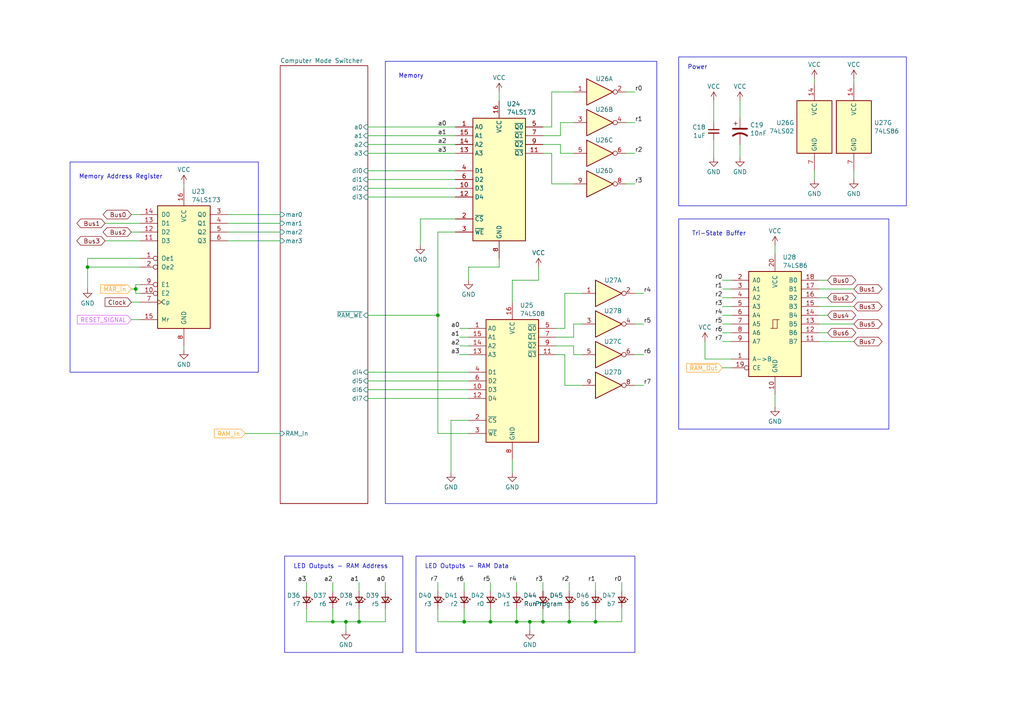
<source format=kicad_sch>
(kicad_sch (version 20230121) (generator eeschema)
  (paper "A4")
  (title_block (title "RAM") (date "2024-01-18") (rev "1.0"))
  (lib_symbols
    (symbol "74xx:74LS04"
      (property "Reference" "U" (at 0 1.27 0))
      (property "Value" "74LS04" (at 0 -1.27 0))
      (symbol "74LS04_1_0"
        (polyline (pts (xy -3.81 3.81) (xy -3.81 -3.81) (xy 3.81 0) (xy -3.81 3.81)) (stroke (width 0.254)) (fill (type background)))
        (pin input line (at -7.62 0 0) (length 3.81) (name "~") (number "1"))
        (pin output inverted (at 7.62 0 180) (length 3.81) (name "~") (number "2"))
      )
      (symbol "74LS04_2_0"
        (polyline (pts (xy -3.81 3.81) (xy -3.81 -3.81) (xy 3.81 0) (xy -3.81 3.81)) (stroke (width 0.254)) (fill (type background)))
        (pin input line (at -7.62 0 0) (length 3.81) (name "~") (number "3"))
        (pin output inverted (at 7.62 0 180) (length 3.81) (name "~") (number "4"))
      )
      (symbol "74LS04_3_0"
        (polyline (pts (xy -3.81 3.81) (xy -3.81 -3.81) (xy 3.81 0) (xy -3.81 3.81)) (stroke (width 0.254)) (fill (type background)))
        (pin input line (at -7.62 0 0) (length 3.81) (name "~") (number "5"))
        (pin output inverted (at 7.62 0 180) (length 3.81) (name "~") (number "6"))
      )
      (symbol "74LS04_4_0"
        (polyline (pts (xy -3.81 3.81) (xy -3.81 -3.81) (xy 3.81 0) (xy -3.81 3.81)) (stroke (width 0.254)) (fill (type background)))
        (pin output inverted (at 7.62 0 180) (length 3.81) (name "~") (number "8"))
        (pin input line (at -7.62 0 0) (length 3.81) (name "~") (number "9"))
      )
      (symbol "74LS04_5_0"
        (polyline (pts (xy -3.81 3.81) (xy -3.81 -3.81) (xy 3.81 0) (xy -3.81 3.81)) (stroke (width 0.254)) (fill (type background)))
        (pin output inverted (at 7.62 0 180) (length 3.81) (name "~") (number "10"))
        (pin input line (at -7.62 0 0) (length 3.81) (name "~") (number "11"))
      )
      (symbol "74LS04_6_0"
        (polyline (pts (xy -3.81 3.81) (xy -3.81 -3.81) (xy 3.81 0) (xy -3.81 3.81)) (stroke (width 0.254)) (fill (type background)))
        (pin output inverted (at 7.62 0 180) (length 3.81) (name "~") (number "12"))
        (pin input line (at -7.62 0 0) (length 3.81) (name "~") (number "13"))
      )
      (symbol "74LS04_7_0"
        (pin power_in line (at 0 12.7 270) (length 5.08) (name "VCC") (number "14"))
        (pin power_in line (at 0 -12.7 90) (length 5.08) (name "GND") (number "7"))
      )
      (symbol "74LS04_7_1"
        (rectangle (start -5.08 7.62) (end 5.08 -7.62) (stroke (width 0.254)) (fill (type background)))
      )
    )
    (symbol "74xx:74LS173" (pin_names (offset 1.016))
      (property "Reference" "U" (at -7.62 19.05 0))
      (property "Value" "74LS173" (at -7.62 -19.05 0))
      (symbol "74LS173_1_0"
        (pin input inverted (at -12.7 2.54 0) (length 5.08) (name "Oe1") (number "1"))
        (pin input inverted (at -12.7 -7.62 0) (length 5.08) (name "E2") (number "10"))
        (pin input line (at -12.7 7.62 0) (length 5.08) (name "D3") (number "11"))
        (pin input line (at -12.7 10.16 0) (length 5.08) (name "D2") (number "12"))
        (pin input line (at -12.7 12.7 0) (length 5.08) (name "D1") (number "13"))
        (pin input line (at -12.7 15.24 0) (length 5.08) (name "D0") (number "14"))
        (pin input line (at -12.7 -15.24 0) (length 5.08) (name "Mr") (number "15"))
        (pin power_in line (at 0 22.86 270) (length 5.08) (name "VCC") (number "16"))
        (pin input inverted (at -12.7 0 0) (length 5.08) (name "Oe2") (number "2"))
        (pin tri_state line (at 12.7 15.24 180) (length 5.08) (name "Q0") (number "3"))
        (pin tri_state line (at 12.7 12.7 180) (length 5.08) (name "Q1") (number "4"))
        (pin tri_state line (at 12.7 10.16 180) (length 5.08) (name "Q2") (number "5"))
        (pin tri_state line (at 12.7 7.62 180) (length 5.08) (name "Q3") (number "6"))
        (pin input clock (at -12.7 -10.16 0) (length 5.08) (name "Cp") (number "7"))
        (pin power_in line (at 0 -22.86 90) (length 5.08) (name "GND") (number "8"))
        (pin input inverted (at -12.7 -5.08 0) (length 5.08) (name "E1") (number "9"))
      )
      (symbol "74LS173_1_1"
        (rectangle (start -7.62 17.78) (end 7.62 -17.78) (stroke (width 0.254)) (fill (type background)))
      )
    )
    (symbol "74xx:74LS189"
      (property "Reference" "U" (at -6.35 17.78 0))
      (property "Value" "74LS189" (at -7.62 -20.32 0))
      (symbol "74LS189_1_0"
        (pin input line (at -12.7 13.97 0) (length 5.08) (name "A0") (number "1"))
        (pin input line (at -12.7 -3.81 0) (length 5.08) (name "D3") (number "10"))
        (pin output line (at 12.7 6.35 180) (length 5.08) (name "~{Q3}") (number "11"))
        (pin input line (at -12.7 -6.35 0) (length 5.08) (name "D4") (number "12"))
        (pin input line (at -12.7 6.35 0) (length 5.08) (name "A3") (number "13"))
        (pin input line (at -12.7 8.89 0) (length 5.08) (name "A2") (number "14"))
        (pin input line (at -12.7 11.43 0) (length 5.08) (name "A1") (number "15"))
        (pin power_in line (at 0 21.59 270) (length 5.08) (name "VCC") (number "16"))
        (pin input line (at -12.7 -12.7 0) (length 5.08) (name "~{CS}") (number "2"))
        (pin input line (at -12.7 -16.51 0) (length 5.08) (name "~{WE}") (number "3"))
        (pin input line (at -12.7 1.27 0) (length 5.08) (name "D1") (number "4"))
        (pin output line (at 12.7 13.97 180) (length 5.08) (name "~{Q0}") (number "5"))
        (pin input line (at -12.7 -1.27 0) (length 5.08) (name "D2") (number "6"))
        (pin output line (at 12.7 11.43 180) (length 5.08) (name "~{Q1}") (number "7"))
        (pin power_in line (at 0 -24.13 90) (length 5.08) (name "GND") (number "8"))
        (pin output line (at 12.7 8.89 180) (length 5.08) (name "~{Q2}") (number "9"))
      )
      (symbol "74LS189_1_1"
        (rectangle (start -7.62 16.51) (end 7.62 -19.05) (stroke (width 0.254)) (fill (type background)))
      )
    )
    (symbol "74xx:74LS245" (pin_names (offset 1.016))
      (property "Reference" "U22" (at 2.1941 19.3843 0))
      (property "Value" "74LS245" (at 2.1941 16.9601 0))
      (symbol "74LS245_1_0"
        (polyline (pts (xy -0.635 -1.27) (xy -0.635 1.27) (xy 0.635 1.27)))
        (polyline (pts (xy -1.27 -1.27) (xy 0.635 -1.27) (xy 0.635 1.27) (xy 1.27 1.27)))
        (pin input line (at -12.7 -10.16 0) (length 5.08) (name "A->B") (number "1"))
        (pin power_in line (at 0 -20.32 90) (length 5.08) (name "GND") (number "10"))
        (pin tri_state line (at 12.7 -5.08 180) (length 5.08) (name "B7") (number "11"))
        (pin tri_state line (at 12.7 -2.54 180) (length 5.08) (name "B6") (number "12"))
        (pin tri_state line (at 12.7 0 180) (length 5.08) (name "B5") (number "13"))
        (pin tri_state line (at 12.7 2.54 180) (length 5.08) (name "B4") (number "14"))
        (pin tri_state line (at 12.7 5.08 180) (length 5.08) (name "B3") (number "15"))
        (pin tri_state line (at 12.7 7.62 180) (length 5.08) (name "B2") (number "16"))
        (pin tri_state line (at 12.7 10.16 180) (length 5.08) (name "B1") (number "17"))
        (pin tri_state line (at 12.7 12.7 180) (length 5.08) (name "B0") (number "18"))
        (pin input inverted (at -12.7 -12.7 0) (length 5.08) (name "CE") (number "19"))
        (pin input line (at -12.7 12.7 0) (length 5.08) (name "A0") (number "2"))
        (pin power_in line (at 0 20.32 270) (length 5.08) (name "VCC") (number "20"))
        (pin input line (at -12.7 10.16 0) (length 5.08) (name "A1") (number "3"))
        (pin input line (at -12.7 7.62 0) (length 5.08) (name "A2") (number "4"))
        (pin input line (at -12.7 5.08 0) (length 5.08) (name "A3") (number "5"))
        (pin input line (at -12.7 2.54 0) (length 5.08) (name "A4") (number "6"))
        (pin input line (at -12.7 0 0) (length 5.08) (name "A5") (number "7"))
        (pin input line (at -12.7 -2.54 0) (length 5.08) (name "A6") (number "8"))
        (pin input line (at -12.7 -5.08 0) (length 5.08) (name "A7") (number "9"))
      )
      (symbol "74LS245_1_1"
        (rectangle (start -7.62 15.24) (end 7.62 -15.24) (stroke (width 0.254)) (fill (type background)))
      )
    )
    (symbol "Device:C_Polarized_US" (pin_numbers hide) (pin_names (offset 0.254) hide)
      (property "Reference" "C" (at 0.635 2.54 0))
      (property "Value" "C_Polarized_US" (at 0.635 -2.54 0))
      (symbol "C_Polarized_US_0_1"
        (polyline (pts (xy -2.032 0.762) (xy 2.032 0.762)) (stroke (width 0.508)))
        (polyline (pts (xy -1.778 2.286) (xy -0.762 2.286)))
        (polyline (pts (xy -1.27 1.778) (xy -1.27 2.794)))
        (arc (start 2.032 -1.27) (mid 0 -0.5572) (end -2.032 -1.27) (stroke (width 0.508)))
      )
      (symbol "C_Polarized_US_1_1"
        (pin passive line (at 0 3.81 270) (length 2.794) (name "~") (number "1"))
        (pin passive line (at 0 -3.81 90) (length 3.302) (name "~") (number "2"))
      )
    )
    (symbol "Device:C_Small" (pin_numbers hide) (pin_names (offset 0.254) hide)
      (property "Reference" "C" (at 0.254 1.778 0))
      (property "Value" "C_Small" (at 0.254 -2.032 0))
      (symbol "C_Small_0_1"
        (polyline (pts (xy -1.524 -0.508) (xy 1.524 -0.508)) (stroke (width 0.3302)))
        (polyline (pts (xy -1.524 0.508) (xy 1.524 0.508)) (stroke (width 0.3048)))
      )
      (symbol "C_Small_1_1"
        (pin passive line (at 0 2.54 270) (length 2.032) (name "~") (number "1"))
        (pin passive line (at 0 -2.54 90) (length 2.032) (name "~") (number "2"))
      )
    )
    (symbol "Device:LED_Small" (pin_numbers hide) (pin_names (offset 0.254) hide)
      (property "Reference" "D" (at -1.27 3.175 0))
      (property "Value" "LED_Small" (at -4.445 -2.54 0))
      (symbol "LED_Small_0_1"
        (polyline (pts (xy -0.762 -1.016) (xy -0.762 1.016)) (stroke (width 0.254)))
        (polyline (pts (xy 1.016 0) (xy -0.762 0)))
        (polyline (pts (xy 0.762 -1.016) (xy -0.762 0) (xy 0.762 1.016) (xy 0.762 -1.016)) (stroke (width 0.254)))
        (polyline (pts (xy 0 0.762) (xy -0.508 1.27) (xy -0.254 1.27) (xy -0.508 1.27) (xy -0.508 1.016)))
        (polyline (pts (xy 0.508 1.27) (xy 0 1.778) (xy 0.254 1.778) (xy 0 1.778) (xy 0 1.524)))
      )
      (symbol "LED_Small_1_1"
        (pin passive line (at -2.54 0 0) (length 1.778) (name "K") (number "1"))
        (pin passive line (at 2.54 0 180) (length 1.778) (name "A") (number "2"))
      )
    )
    (symbol "power:GND" (power) (pin_names (offset 0))
      (property "Value" "GND" (at 0 -3.81 0))
      (symbol "GND_0_1"
        (polyline (pts (xy 0 0) (xy 0 -1.27) (xy 1.27 -1.27) (xy 0 -2.54) (xy -1.27 -1.27) (xy 0 -1.27)))
      )
      (symbol "GND_1_1"
        (pin power_in line (at 0 0 270) (length 0) hide (name "GND") (number "1"))
      )
    )
    (symbol "power:VCC" (power) (pin_names (offset 0))
      (property "Value" "VCC" (at 0 3.81 0))
      (symbol "VCC_0_1"
        (polyline (pts (xy -0.762 1.27) (xy 0 2.54)))
        (polyline (pts (xy 0 0) (xy 0 2.54)))
        (polyline (pts (xy 0 2.54) (xy 0.762 1.27)))
      )
      (symbol "VCC_1_1"
        (pin power_in line (at 0 0 90) (length 0) hide (name "VCC") (number "1"))
      )
    )
  )
  (junction (at 104.14 180.34))
  (junction (at 142.24 180.34))
  (junction (at 134.62 180.34))
  (junction (at 25.4 77.47))
  (junction (at 127 91.44))
  (junction (at 157.48 180.34))
  (junction (at 96.52 180.34))
  (junction (at 172.72 180.34))
  (junction (at 149.86 180.34))
  (junction (at 100.33 180.34))
  (junction (at 165.1 180.34))
  (junction (at 153.67 180.34))
  (junction (at 39.37 83.82))
  (wire (pts (xy 40.64 77.47) (xy 25.4 77.47)))
  (wire (pts (xy 106.68 41.91) (xy 132.08 41.91)))
  (wire (pts (xy 184.15 102.87) (xy 186.69 102.87)))
  (wire (pts (xy 153.67 180.34) (xy 149.86 180.34)))
  (wire (pts (xy 180.34 171.45) (xy 180.34 168.91)))
  (wire (pts (xy 181.61 35.56) (xy 184.15 35.56)))
  (wire (pts (xy 127 125.73) (xy 135.89 125.73)))
  (wire (pts (xy 106.68 44.45) (xy 132.08 44.45)))
  (wire (pts (xy 100.33 180.34) (xy 96.52 180.34)))
  (wire (pts (xy 204.47 104.14) (xy 212.09 104.14)))
  (wire (pts (xy 40.64 64.77) (xy 30.48 64.77)))
  (wire (pts (xy 237.49 99.06) (xy 247.65 99.06)))
  (wire (pts (xy 25.4 74.93) (xy 40.64 74.93)))
  (wire (pts (xy 165.1 176.53) (xy 165.1 180.34)))
  (wire (pts (xy 149.86 176.53) (xy 149.86 180.34)))
  (wire (pts (xy 212.09 99.06) (xy 209.55 99.06)))
  (wire (pts (xy 130.81 121.92) (xy 130.81 137.16)))
  (wire (pts (xy 172.72 171.45) (xy 172.72 168.91)))
  (wire (pts (xy 96.52 168.91) (xy 96.52 171.45)))
  (wire (pts (xy 106.68 52.07) (xy 132.08 52.07)))
  (wire (pts (xy 166.37 93.98) (xy 166.37 97.79)))
  (wire (pts (xy 40.64 62.23) (xy 38.1 62.23)))
  (wire (pts (xy 160.02 26.67) (xy 160.02 36.83)))
  (wire (pts (xy 157.48 171.45) (xy 157.48 168.91)))
  (wire (pts (xy 142.24 171.45) (xy 142.24 168.91)))
  (wire (pts (xy 166.37 97.79) (xy 161.29 97.79)))
  (wire (pts (xy 163.83 85.09) (xy 163.83 95.25)))
  (wire (pts (xy 133.35 97.79) (xy 135.89 97.79)))
  (wire (pts (xy 207.01 40.64) (xy 207.01 45.72)))
  (wire (pts (xy 204.47 104.14) (xy 204.47 99.06)))
  (wire (pts (xy 161.29 100.33) (xy 166.37 100.33)))
  (wire (pts (xy 237.49 86.36) (xy 240.03 86.36)))
  (wire (pts (xy 162.56 44.45) (xy 166.37 44.45)))
  (wire (pts (xy 127 171.45) (xy 127 168.91)))
  (wire (pts (xy 135.89 121.92) (xy 130.81 121.92)))
  (wire (pts (xy 157.48 44.45) (xy 160.02 44.45)))
  (wire (pts (xy 168.91 93.98) (xy 166.37 93.98)))
  (wire (pts (xy 165.1 180.34) (xy 157.48 180.34)))
  (wire (pts (xy 66.04 62.23) (xy 81.28 62.23)))
  (wire (pts (xy 25.4 74.93) (xy 25.4 77.47)))
  (wire (pts (xy 100.33 180.34) (xy 100.33 182.88)))
  (wire (pts (xy 247.65 49.53) (xy 247.65 52.07)))
  (wire (pts (xy 106.68 39.37) (xy 132.08 39.37)))
  (wire (pts (xy 96.52 176.53) (xy 96.52 180.34)))
  (wire (pts (xy 134.62 176.53) (xy 134.62 180.34)))
  (wire (pts (xy 127 67.31) (xy 127 91.44)))
  (wire (pts (xy 212.09 96.52) (xy 209.55 96.52)))
  (wire (pts (xy 212.09 88.9) (xy 209.55 88.9)))
  (wire (pts (xy 66.04 64.77) (xy 81.28 64.77)))
  (wire (pts (xy 160.02 53.34) (xy 166.37 53.34)))
  (wire (pts (xy 38.1 92.71) (xy 40.64 92.71)))
  (wire (pts (xy 144.78 77.47) (xy 135.89 77.47)))
  (wire (pts (xy 184.15 93.98) (xy 186.69 93.98)))
  (wire (pts (xy 212.09 86.36) (xy 209.55 86.36)))
  (wire (pts (xy 133.35 95.25) (xy 135.89 95.25)))
  (wire (pts (xy 40.64 82.55) (xy 39.37 82.55)))
  (wire (pts (xy 214.63 29.21) (xy 214.63 34.29)))
  (wire (pts (xy 66.04 69.85) (xy 81.28 69.85)))
  (wire (pts (xy 88.9 168.91) (xy 88.9 171.45)))
  (wire (pts (xy 163.83 102.87) (xy 163.83 111.76)))
  (wire (pts (xy 133.35 100.33) (xy 135.89 100.33)))
  (wire (pts (xy 133.35 102.87) (xy 135.89 102.87)))
  (wire (pts (xy 104.14 180.34) (xy 100.33 180.34)))
  (wire (pts (xy 38.1 67.31) (xy 40.64 67.31)))
  (wire (pts (xy 106.68 57.15) (xy 132.08 57.15)))
  (wire (pts (xy 172.72 180.34) (xy 165.1 180.34)))
  (wire (pts (xy 161.29 102.87) (xy 163.83 102.87)))
  (wire (pts (xy 162.56 35.56) (xy 162.56 39.37)))
  (wire (pts (xy 132.08 67.31) (xy 127 67.31)))
  (wire (pts (xy 224.79 114.3) (xy 224.79 118.11)))
  (wire (pts (xy 149.86 180.34) (xy 142.24 180.34)))
  (wire (pts (xy 168.91 85.09) (xy 163.83 85.09)))
  (wire (pts (xy 39.37 82.55) (xy 39.37 83.82)))
  (wire (pts (xy 71.12 125.73) (xy 81.28 125.73)))
  (wire (pts (xy 162.56 39.37) (xy 157.48 39.37)))
  (wire (pts (xy 184.15 111.76) (xy 186.69 111.76)))
  (wire (pts (xy 104.14 176.53) (xy 104.14 180.34)))
  (wire (pts (xy 106.68 36.83) (xy 132.08 36.83)))
  (wire (pts (xy 127 176.53) (xy 127 180.34)))
  (wire (pts (xy 212.09 93.98) (xy 209.55 93.98)))
  (wire (pts (xy 142.24 180.34) (xy 134.62 180.34)))
  (wire (pts (xy 180.34 180.34) (xy 180.34 176.53)))
  (wire (pts (xy 237.49 93.98) (xy 247.65 93.98)))
  (wire (pts (xy 111.76 168.91) (xy 111.76 171.45)))
  (wire (pts (xy 127 91.44) (xy 127 125.73)))
  (wire (pts (xy 153.67 180.34) (xy 153.67 182.88)))
  (wire (pts (xy 38.1 87.63) (xy 40.64 87.63)))
  (wire (pts (xy 237.49 96.52) (xy 240.03 96.52)))
  (wire (pts (xy 224.79 71.12) (xy 224.79 73.66)))
  (wire (pts (xy 148.59 81.28) (xy 156.21 81.28)))
  (wire (pts (xy 106.68 54.61) (xy 132.08 54.61)))
  (wire (pts (xy 142.24 176.53) (xy 142.24 180.34)))
  (wire (pts (xy 163.83 95.25) (xy 161.29 95.25)))
  (wire (pts (xy 237.49 83.82) (xy 247.65 83.82)))
  (wire (pts (xy 25.4 77.47) (xy 25.4 83.82)))
  (wire (pts (xy 209.55 106.68) (xy 212.09 106.68)))
  (wire (pts (xy 181.61 26.67) (xy 184.15 26.67)))
  (wire (pts (xy 132.08 63.5) (xy 121.92 63.5)))
  (wire (pts (xy 237.49 91.44) (xy 240.03 91.44)))
  (wire (pts (xy 166.37 26.67) (xy 160.02 26.67)))
  (wire (pts (xy 53.34 100.33) (xy 53.34 101.6)))
  (wire (pts (xy 162.56 41.91) (xy 162.56 44.45)))
  (wire (pts (xy 106.68 91.44) (xy 127 91.44)))
  (wire (pts (xy 134.62 180.34) (xy 127 180.34)))
  (wire (pts (xy 212.09 83.82) (xy 209.55 83.82)))
  (wire (pts (xy 214.63 41.91) (xy 214.63 45.72)))
  (wire (pts (xy 39.37 85.09) (xy 40.64 85.09)))
  (wire (pts (xy 181.61 44.45) (xy 184.15 44.45)))
  (wire (pts (xy 121.92 63.5) (xy 121.92 71.12)))
  (wire (pts (xy 38.1 83.82) (xy 39.37 83.82)))
  (wire (pts (xy 134.62 171.45) (xy 134.62 168.91)))
  (wire (pts (xy 212.09 91.44) (xy 209.55 91.44)))
  (wire (pts (xy 160.02 36.83) (xy 157.48 36.83)))
  (wire (pts (xy 157.48 176.53) (xy 157.48 180.34)))
  (wire (pts (xy 157.48 41.91) (xy 162.56 41.91)))
  (wire (pts (xy 207.01 29.21) (xy 207.01 35.56)))
  (wire (pts (xy 237.49 88.9) (xy 247.65 88.9)))
  (wire (pts (xy 106.68 113.03) (xy 135.89 113.03)))
  (wire (pts (xy 184.15 85.09) (xy 186.69 85.09)))
  (wire (pts (xy 135.89 77.47) (xy 135.89 81.28)))
  (wire (pts (xy 165.1 171.45) (xy 165.1 168.91)))
  (wire (pts (xy 247.65 22.86) (xy 247.65 24.13)))
  (wire (pts (xy 160.02 44.45) (xy 160.02 53.34)))
  (wire (pts (xy 172.72 180.34) (xy 180.34 180.34)))
  (wire (pts (xy 157.48 180.34) (xy 153.67 180.34)))
  (wire (pts (xy 212.09 81.28) (xy 209.55 81.28)))
  (wire (pts (xy 40.64 69.85) (xy 30.48 69.85)))
  (wire (pts (xy 156.21 77.47) (xy 156.21 81.28)))
  (wire (pts (xy 39.37 83.82) (xy 39.37 85.09)))
  (wire (pts (xy 181.61 53.34) (xy 184.15 53.34)))
  (wire (pts (xy 148.59 133.35) (xy 148.59 137.16)))
  (wire (pts (xy 172.72 176.53) (xy 172.72 180.34)))
  (wire (pts (xy 163.83 111.76) (xy 168.91 111.76)))
  (wire (pts (xy 149.86 171.45) (xy 149.86 168.91)))
  (wire (pts (xy 111.76 180.34) (xy 111.76 176.53)))
  (wire (pts (xy 166.37 102.87) (xy 168.91 102.87)))
  (wire (pts (xy 106.68 115.57) (xy 135.89 115.57)))
  (wire (pts (xy 96.52 180.34) (xy 88.9 180.34)))
  (wire (pts (xy 237.49 81.28) (xy 240.03 81.28)))
  (wire (pts (xy 53.34 53.34) (xy 53.34 54.61)))
  (wire (pts (xy 144.78 74.93) (xy 144.78 77.47)))
  (wire (pts (xy 106.68 49.53) (xy 132.08 49.53)))
  (wire (pts (xy 166.37 102.87) (xy 166.37 100.33)))
  (wire (pts (xy 88.9 176.53) (xy 88.9 180.34)))
  (wire (pts (xy 106.68 107.95) (xy 135.89 107.95)))
  (wire (pts (xy 148.59 87.63) (xy 148.59 81.28)))
  (wire (pts (xy 236.22 22.86) (xy 236.22 24.13)))
  (wire (pts (xy 66.04 67.31) (xy 81.28 67.31)))
  (wire (pts (xy 144.78 26.67) (xy 144.78 29.21)))
  (wire (pts (xy 104.14 180.34) (xy 111.76 180.34)))
  (wire (pts (xy 236.22 49.53) (xy 236.22 52.07)))
  (wire (pts (xy 106.68 110.49) (xy 135.89 110.49)))
  (wire (pts (xy 104.14 168.91) (xy 104.14 171.45)))
  (wire (pts (xy 166.37 35.56) (xy 162.56 35.56)))
  (rectangle (start 120.65 161.29) (end 184.15 189.23))
  (rectangle (start 196.85 16.51) (end 262.89 59.69))
  (rectangle (start 111.76 17.78) (end 190.5 146.05))
  (rectangle (start 82.55 161.29) (end 116.84 189.23))
  (rectangle (start 196.85 63.5) (end 257.81 124.46))
  (rectangle (start 20.32 46.99) (end 74.93 107.95))
  (text "Tri-State Buffer" (at 200.66 68.58 0) (effects (font (size 1.27 1.27)) (justify left bottom)))
  (text "Memory" (at 115.57 22.86 0) (effects (font (size 1.27 1.27)) (justify left bottom)))
  (text "Power" (at 199.39 20.32 0) (effects (font (size 1.27 1.27)) (justify left bottom)))
  (text "LED Outputs - RAM Data" (at 123.19 165.1 0) (effects (font (size 1.27 1.27)) (justify left bottom)))
  (text "Memory Address Register" (at 22.86 52.07 0) (effects (font (size 1.27 1.27)) (justify left bottom)))
  (text "LED Outputs - RAM Address" (at 85.09 165.1 0) (effects (font (size 1.27 1.27)) (justify left bottom)))
  (label "a1" (at 133.35 97.79 180))
  (label "a2" (at 96.52 168.91 180))
  (label "r5" (at 186.69 93.98 0))
  (label "r2" (at 184.15 44.45 0))
  (label "a0" (at 129.54 36.83 180))
  (label "a0" (at 133.35 95.25 180))
  (label "a2" (at 133.35 100.33 180))
  (label "a1" (at 129.54 39.37 180))
  (label "r3" (at 157.48 168.91 180))
  (label "r4" (at 186.69 85.09 0))
  (label "r2" (at 209.55 86.36 180))
  (label "a0" (at 111.76 168.91 180))
  (label "r7" (at 186.69 111.76 0))
  (label "r1" (at 209.55 83.82 180))
  (label "r5" (at 142.24 168.91 180))
  (label "r0" (at 184.15 26.67 0))
  (label "r7" (at 209.55 99.06 180))
  (label "r2" (at 165.1 168.91 180))
  (label "r5" (at 209.55 93.98 180))
  (label "a3" (at 88.9 168.91 180))
  (label "r0" (at 209.55 81.28 180))
  (label "r3" (at 184.15 53.34 0))
  (label "a1" (at 104.14 168.91 180))
  (label "a3" (at 129.54 44.45 180))
  (label "r3" (at 209.55 88.9 180))
  (label "r4" (at 149.86 168.91 180))
  (label "r4" (at 209.55 91.44 180))
  (label "r1" (at 172.72 168.91 180))
  (label "a2" (at 129.54 41.91 180))
  (label "r6" (at 209.55 96.52 180))
  (label "r6" (at 186.69 102.87 0))
  (label "r7" (at 127 168.91 180))
  (label "a3" (at 133.35 102.87 180))
  (label "r6" (at 134.62 168.91 180))
  (label "r1" (at 184.15 35.56 0))
  (label "r0" (at 180.34 168.91 180))
  (global_label "RAM_In" (shape input) (at 71.12 125.73 180) (property "Intersheetrefs" "${INTERSHEET_REFS}" (effects hide)))
  (global_label "Bus6" (shape tri_state) (at 240.03 96.52 0) (property "Intersheetrefs" "${INTERSHEET_REFS}" (effects hide)))
  (global_label "Clock" (shape input) (at 38.1 87.63 180) (property "Intersheetrefs" "${INTERSHEET_REFS}" (effects hide)))
  (global_label "Bus1" (shape tri_state) (at 30.48 64.77 180) (property "Intersheetrefs" "${INTERSHEET_REFS}" (effects hide)))
  (global_label "Bus2" (shape tri_state) (at 38.1 67.31 180) (property "Intersheetrefs" "${INTERSHEET_REFS}" (effects hide)))
  (global_label "Bus0" (shape tri_state) (at 240.03 81.28 0) (property "Intersheetrefs" "${INTERSHEET_REFS}" (effects hide)))
  (global_label "Bus2" (shape tri_state) (at 240.03 86.36 0) (property "Intersheetrefs" "${INTERSHEET_REFS}" (effects hide)))
  (global_label "Bus7" (shape tri_state) (at 247.65 99.06 0) (property "Intersheetrefs" "${INTERSHEET_REFS}" (effects hide)))
  (global_label "RESET_SIGNAL" (shape input) (at 38.1 92.71 180) (property "Intersheetrefs" "${INTERSHEET_REFS}" (effects hide)))
  (global_label "Bus3" (shape tri_state) (at 30.48 69.85 180) (property "Intersheetrefs" "${INTERSHEET_REFS}" (effects hide)))
  (global_label "Bus5" (shape tri_state) (at 247.65 93.98 0) (property "Intersheetrefs" "${INTERSHEET_REFS}" (effects hide)))
  (global_label "Bus4" (shape tri_state) (at 240.03 91.44 0) (property "Intersheetrefs" "${INTERSHEET_REFS}" (effects hide)))
  (global_label "Bus1" (shape tri_state) (at 247.65 83.82 0) (property "Intersheetrefs" "${INTERSHEET_REFS}" (effects hide)))
  (global_label "~{RAM_Out}" (shape input) (at 209.55 106.68 180) (property "Intersheetrefs" "${INTERSHEET_REFS}" (effects hide)))
  (global_label "~{MAR_In}" (shape input) (at 38.1 83.82 180) (property "Intersheetrefs" "${INTERSHEET_REFS}" (effects hide)))
  (global_label "Bus0" (shape tri_state) (at 38.1 62.23 180) (property "Intersheetrefs" "${INTERSHEET_REFS}" (effects hide)))
  (global_label "Bus3" (shape tri_state) (at 247.65 88.9 0) (property "Intersheetrefs" "${INTERSHEET_REFS}" (effects hide)))
  (symbol (lib_id "74xx:74LS04") (at 176.53 111.76 0) (unit 4)
    (property "Reference" "U27" (at 177.8 107.95 0))
    (property "Value" "74LS86" (effects hide))
    (property "Footprint" "Package_DIP:DIP-14_W7.62mm" (effects hide))
    (property "Datasheet" "http://www.ti.com/lit/gpn/sn74LS04" (effects hide))
  )
  (symbol (lib_id "74xx:74LS04") (at 173.99 53.34 0) (unit 4)
    (property "Reference" "U26" (at 175.26 49.53 0))
    (property "Value" "74LS02" (effects hide))
    (property "Footprint" "Package_DIP:DIP-14_W7.62mm" (effects hide))
    (property "Datasheet" "http://www.ti.com/lit/gpn/sn74LS04" (effects hide))
  )
  (symbol (lib_id "power:VCC") (at 224.79 71.12 0) (unit 1)
    (property "Reference" "#PWR0115" (effects hide))
    (property "Value" "VCC" (at 224.79 66.9869 0))
  )
  (symbol (lib_id "74xx:74LS04") (at 236.22 36.83 0) (unit 7)
    (property "Reference" "U26" (at 230.378 35.6179 0) (effects (justify right)))
    (property "Value" "74LS02" (at 230.378 38.0421 0) (effects (justify right)))
    (property "Footprint" "Package_DIP:DIP-14_W7.62mm" (effects hide))
    (property "Datasheet" "http://www.ti.com/lit/gpn/sn74LS04" (effects hide))
  )
  (symbol (lib_id "power:GND") (at 130.81 137.16 0) (unit 1)
    (property "Reference" "#PWR0104" (effects hide))
    (property "Value" "GND" (at 130.81 141.2931 0))
  )
  (symbol (lib_id "74xx:74LS245") (at 224.79 93.98 0) (unit 1)
    (property "Reference" "U28" (at 226.9841 74.5957 0) (effects (justify left)))
    (property "Value" "74LS86" (at 226.9841 77.0199 0) (effects (justify left)))
    (property "Footprint" "Package_DIP:DIP-14_W7.62mm" (effects hide))
    (property "Datasheet" "http://www.ti.com/lit/gpn/sn74LS245" (effects hide))
  )
  (symbol (lib_id "power:GND") (at 153.67 182.88 0) (mirror y) (unit 1)
    (property "Reference" "#PWR0108" (effects hide))
    (property "Value" "GND" (at 153.67 187.0131 0))
  )
  (symbol (lib_id "power:VCC") (at 156.21 77.47 0) (unit 1)
    (property "Reference" "#PWR0109" (effects hide))
    (property "Value" "VCC" (at 156.21 73.3369 0))
  )
  (symbol (lib_id "Device:LED_Small") (at 127 173.99 270) (mirror x) (unit 1)
    (property "Reference" "D40" (at 125.222 172.7144 90) (effects (justify right)))
    (property "Value" "r3" (at 125.222 175.1386 90) (effects (justify right)))
    (property "Footprint" "LED_THT:LED_D5.0mm" (effects hide))
  )
  (symbol (lib_id "Device:C_Polarized_US") (at 214.63 38.1 0) (unit 1)
    (property "Reference" "C19" (at 217.551 36.2529 0) (effects (justify left)))
    (property "Value" "10nF" (at 217.551 38.6771 0) (effects (justify left)))
    (property "Footprint" "Capacitor_THT:C_Disc_D3.4mm_W2.1mm_P2.50mm" (effects hide))
  )
  (symbol (lib_id "74xx:74LS189") (at 148.59 109.22 0) (unit 1)
    (property "Reference" "U25" (at 150.7841 88.5657 0) (effects (justify left)))
    (property "Value" "74LS08" (at 150.7841 90.9899 0) (effects (justify left)))
    (property "Footprint" "Package_DIP:DIP-14_W7.62mm" (effects hide))
  )
  (symbol (lib_id "power:GND") (at 135.89 81.28 0) (unit 1)
    (property "Reference" "#PWR0105" (effects hide))
    (property "Value" "GND" (at 135.89 85.4131 0))
  )
  (symbol (lib_id "power:GND") (at 214.63 45.72 0) (unit 1)
    (property "Reference" "#PWR0114" (effects hide))
    (property "Value" "GND" (at 214.63 49.8531 0))
  )
  (symbol (lib_id "power:VCC") (at 144.78 26.67 0) (unit 1)
    (property "Reference" "#PWR0106" (effects hide))
    (property "Value" "VCC" (at 144.78 22.5369 0))
  )
  (symbol (lib_id "74xx:74LS04") (at 173.99 35.56 0) (unit 2)
    (property "Reference" "U26" (at 175.26 31.75 0))
    (property "Value" "74LS02" (effects hide))
    (property "Footprint" "Package_DIP:DIP-14_W7.62mm" (effects hide))
    (property "Datasheet" "http://www.ti.com/lit/gpn/sn74LS04" (effects hide))
  )
  (symbol (lib_id "power:VCC") (at 53.34 53.34 0) (unit 1)
    (property "Reference" "#PWR0100" (effects hide))
    (property "Value" "VCC" (at 53.34 49.2069 0))
  )
  (symbol (lib_id "Device:LED_Small") (at 96.52 173.99 270) (mirror x) (unit 1)
    (property "Reference" "D37" (at 94.742 172.7144 90) (effects (justify right)))
    (property "Value" "r6" (at 94.742 175.1386 90) (effects (justify right)))
    (property "Footprint" "LED_THT:LED_D5.0mm" (effects hide))
  )
  (symbol (lib_id "power:GND") (at 53.34 101.6 0) (unit 1)
    (property "Reference" "#PWR0101" (effects hide))
    (property "Value" "GND" (at 53.34 105.7331 0))
  )
  (symbol (lib_id "74xx:74LS173") (at 53.34 77.47 0) (unit 1)
    (property "Reference" "U23" (at 55.5341 55.5457 0) (effects (justify left)))
    (property "Value" "74LS173" (at 55.5341 57.9699 0) (effects (justify left)))
    (property "Footprint" "Package_DIP:DIP-16_W7.62mm" (effects hide))
    (property "Datasheet" "http://www.ti.com/lit/gpn/sn74LS173" (effects hide))
  )
  (symbol (lib_id "Device:C_Small") (at 207.01 38.1 0) (unit 1)
    (property "Reference" "C18" (at 204.6859 36.8942 0) (effects (justify right)))
    (property "Value" "1uF" (at 204.6859 39.3184 0) (effects (justify right)))
    (property "Footprint" "Capacitor_THT:CP_Radial_D4.0mm_P2.00mm" (effects hide))
  )
  (symbol (lib_id "power:VCC") (at 214.63 29.21 0) (unit 1)
    (property "Reference" "#PWR0113" (effects hide))
    (property "Value" "VCC" (at 214.63 25.0769 0))
  )
  (symbol (lib_id "power:GND") (at 100.33 182.88 0) (mirror y) (unit 1)
    (property "Reference" "#PWR0102" (effects hide))
    (property "Value" "GND" (at 100.33 187.0131 0))
  )
  (symbol (lib_id "power:GND") (at 121.92 71.12 0) (unit 1)
    (property "Reference" "#PWR0103" (effects hide))
    (property "Value" "GND" (at 121.92 75.2531 0))
  )
  (symbol (lib_id "74xx:74LS189") (at 144.78 50.8 0) (unit 1)
    (property "Reference" "U24" (at 146.9741 30.1457 0) (effects (justify left)))
    (property "Value" "74LS173" (at 146.9741 32.5699 0) (effects (justify left)))
    (property "Footprint" "Package_DIP:DIP-16_W7.62mm" (effects hide))
  )
  (symbol (lib_id "power:VCC") (at 236.22 22.86 0) (unit 1)
    (property "Reference" "#PWR0117" (effects hide))
    (property "Value" "VCC" (at 236.22 18.7269 0))
  )
  (symbol (lib_id "74xx:74LS04") (at 173.99 26.67 0) (unit 1)
    (property "Reference" "U26" (at 175.26 22.86 0))
    (property "Value" "74LS02" (effects hide))
    (property "Footprint" "Package_DIP:DIP-14_W7.62mm" (effects hide))
    (property "Datasheet" "http://www.ti.com/lit/gpn/sn74LS04" (effects hide))
  )
  (symbol (lib_id "74xx:74LS04") (at 176.53 93.98 0) (unit 2)
    (property "Reference" "U27" (at 177.8 90.17 0))
    (property "Value" "74LS86" (effects hide))
    (property "Footprint" "Package_DIP:DIP-14_W7.62mm" (effects hide))
    (property "Datasheet" "http://www.ti.com/lit/gpn/sn74LS04" (effects hide))
  )
  (symbol (lib_id "Device:LED_Small") (at 149.86 173.99 270) (mirror x) (unit 1)
    (property "Reference" "D43" (at 148.082 172.7144 90) (effects (justify right)))
    (property "Value" "r1" (at 148.082 175.1386 90) (effects (justify right)))
    (property "Footprint" "LED_THT:LED_D5.0mm" (effects hide))
  )
  (symbol (lib_id "power:VCC") (at 247.65 22.86 0) (unit 1)
    (property "Reference" "#PWR0119" (effects hide))
    (property "Value" "VCC" (at 247.65 18.7269 0))
  )
  (symbol (lib_id "74xx:74LS04") (at 176.53 102.87 0) (unit 3)
    (property "Reference" "U27" (at 177.8 99.06 0))
    (property "Value" "74LS86" (effects hide))
    (property "Footprint" "Package_DIP:DIP-14_W7.62mm" (effects hide))
    (property "Datasheet" "http://www.ti.com/lit/gpn/sn74LS04" (effects hide))
  )
  (symbol (lib_id "power:GND") (at 148.59 137.16 0) (unit 1)
    (property "Reference" "#PWR0107" (effects hide))
    (property "Value" "GND" (at 148.59 141.2931 0))
  )
  (symbol (lib_id "74xx:74LS04") (at 176.53 85.09 0) (unit 1)
    (property "Reference" "U27" (at 177.8 81.28 0))
    (property "Value" "74LS86" (effects hide))
    (property "Footprint" "Package_DIP:DIP-14_W7.62mm" (effects hide))
    (property "Datasheet" "http://www.ti.com/lit/gpn/sn74LS04" (effects hide))
  )
  (symbol (lib_id "Device:LED_Small") (at 172.72 173.99 270) (mirror x) (unit 1)
    (property "Reference" "D46" (at 170.942 172.7144 90) (effects (justify right)))
    (property "Value" "b6" (at 170.942 175.1386 90) (effects (justify right)))
    (property "Footprint" "LED_THT:LED_D5.0mm" (effects hide))
  )
  (symbol (lib_id "power:VCC") (at 204.47 99.06 0) (unit 1)
    (property "Reference" "#PWR0110" (effects hide))
    (property "Value" "VCC" (at 204.47 94.9269 0))
  )
  (symbol (lib_id "74xx:74LS04") (at 247.65 36.83 0) (unit 7)
    (property "Reference" "U27" (at 253.492 35.6179 0) (effects (justify left)))
    (property "Value" "74LS86" (at 253.492 38.0421 0) (effects (justify left)))
    (property "Footprint" "Package_DIP:DIP-14_W7.62mm" (effects hide))
    (property "Datasheet" "http://www.ti.com/lit/gpn/sn74LS04" (effects hide))
  )
  (symbol (lib_id "Device:LED_Small") (at 104.14 173.99 270) (mirror x) (unit 1)
    (property "Reference" "D38" (at 102.362 172.7144 90) (effects (justify right)))
    (property "Value" "r4" (at 102.362 175.1386 90) (effects (justify right)))
    (property "Footprint" "LED_THT:LED_D5.0mm" (effects hide))
  )
  (symbol (lib_id "Device:LED_Small") (at 165.1 173.99 270) (mirror x) (unit 1)
    (property "Reference" "D45" (at 163.322 172.7144 90) (effects (justify right)))
    (property "Value" "Program" (at 163.322 175.1386 90) (effects (justify right)))
    (property "Footprint" "LED_THT:LED_D3.0mm" (effects hide))
  )
  (symbol (lib_id "Device:LED_Small") (at 180.34 173.99 270) (mirror x) (unit 1)
    (property "Reference" "D47" (at 178.562 172.7144 90) (effects (justify right)))
    (property "Value" "b7" (at 178.562 175.1386 90) (effects (justify right)))
    (property "Footprint" "LED_THT:LED_D5.0mm" (effects hide))
  )
  (symbol (lib_id "power:GND") (at 236.22 52.07 0) (unit 1)
    (property "Reference" "#PWR0118" (effects hide))
    (property "Value" "GND" (at 236.22 56.2031 0))
  )
  (symbol (lib_id "Device:LED_Small") (at 157.48 173.99 270) (mirror x) (unit 1)
    (property "Reference" "D44" (at 155.702 172.7144 90) (effects (justify right)))
    (property "Value" "Run" (at 155.702 175.1386 90) (effects (justify right)))
    (property "Footprint" "LED_THT:LED_D3.0mm" (effects hide))
  )
  (symbol (lib_id "74xx:74LS04") (at 173.99 44.45 0) (unit 3)
    (property "Reference" "U26" (at 175.26 40.64 0))
    (property "Value" "74LS02" (effects hide))
    (property "Footprint" "Package_DIP:DIP-14_W7.62mm" (effects hide))
    (property "Datasheet" "http://www.ti.com/lit/gpn/sn74LS04" (effects hide))
  )
  (symbol (lib_id "power:VCC") (at 207.01 29.21 0) (unit 1)
    (property "Reference" "#PWR0111" (effects hide))
    (property "Value" "VCC" (at 207.01 25.0769 0))
  )
  (symbol (lib_id "power:GND") (at 224.79 118.11 0) (unit 1)
    (property "Reference" "#PWR0116" (effects hide))
    (property "Value" "GND" (at 224.79 122.2431 0))
  )
  (symbol (lib_id "Device:LED_Small") (at 134.62 173.99 270) (mirror x) (unit 1)
    (property "Reference" "D41" (at 132.842 172.7144 90) (effects (justify right)))
    (property "Value" "r2" (at 132.842 175.1386 90) (effects (justify right)))
    (property "Footprint" "LED_THT:LED_D5.0mm" (effects hide))
  )
  (symbol (lib_id "Device:LED_Small") (at 142.24 173.99 270) (mirror x) (unit 1)
    (property "Reference" "D42" (at 140.462 172.7144 90) (effects (justify right)))
    (property "Value" "r0" (at 140.462 175.1386 90) (effects (justify right)))
    (property "Footprint" "LED_THT:LED_D5.0mm" (effects hide))
  )
  (symbol (lib_id "power:GND") (at 207.01 45.72 0) (unit 1)
    (property "Reference" "#PWR0112" (effects hide))
    (property "Value" "GND" (at 207.01 49.8531 0))
  )
  (symbol (lib_id "power:GND") (at 247.65 52.07 0) (unit 1)
    (property "Reference" "#PWR0120" (effects hide))
    (property "Value" "GND" (at 247.65 56.2031 0))
  )
  (symbol (lib_id "Device:LED_Small") (at 88.9 173.99 270) (mirror x) (unit 1)
    (property "Reference" "D36" (at 87.122 172.7144 90) (effects (justify right)))
    (property "Value" "r7" (at 87.122 175.1386 90) (effects (justify right)))
    (property "Footprint" "LED_THT:LED_D5.0mm" (effects hide))
  )
  (symbol (lib_id "Device:LED_Small") (at 111.76 173.99 270) (mirror x) (unit 1)
    (property "Reference" "D39" (at 109.982 172.7144 90) (effects (justify right)))
    (property "Value" "r5" (at 109.982 175.1386 90) (effects (justify right)))
    (property "Footprint" "LED_THT:LED_D5.0mm" (effects hide))
  )
  (symbol (lib_id "power:GND") (at 25.4 83.82 0) (unit 1)
    (property "Reference" "#PWR099" (effects hide))
    (property "Value" "GND" (at 25.4 87.9531 0))
  )
  (sheet (at 81.28 19.05) (size 25.4 127) (stroke (width 0.1524))
    (property "Sheetname" "Computer Mode Switcher" (at 81.28 18.3384 0) (effects (justify left bottom)))
    (property "Sheetfile" "Computer_Mode_Switcher.kicad_sch" (effects hide))
    (pin "~{RAM_WE}" input (at 106.68 91.44 0))
    (pin "mar1" input (at 81.28 64.77 180))
    (pin "mar2" input (at 81.28 67.31 180))
    (pin "mar3" input (at 81.28 69.85 180))
    (pin "mar0" input (at 81.28 62.23 180))
    (pin "di5" input (at 106.68 110.49 0))
    (pin "di7" input (at 106.68 115.57 0))
    (pin "di6" input (at 106.68 113.03 0))
    (pin "di3" input (at 106.68 57.15 0))
    (pin "di1" input (at 106.68 52.07 0))
    (pin "di2" input (at 106.68 54.61 0))
    (pin "di0" input (at 106.68 49.53 0))
    (pin "di4" input (at 106.68 107.95 0))
    (pin "a0" input (at 106.68 36.83 0))
    (pin "a2" input (at 106.68 41.91 0))
    (pin "a1" input (at 106.68 39.37 0))
    (pin "a3" input (at 106.68 44.45 0))
    (pin "RAM_In" input (at 81.28 125.73 180))
  )
)
</source>
